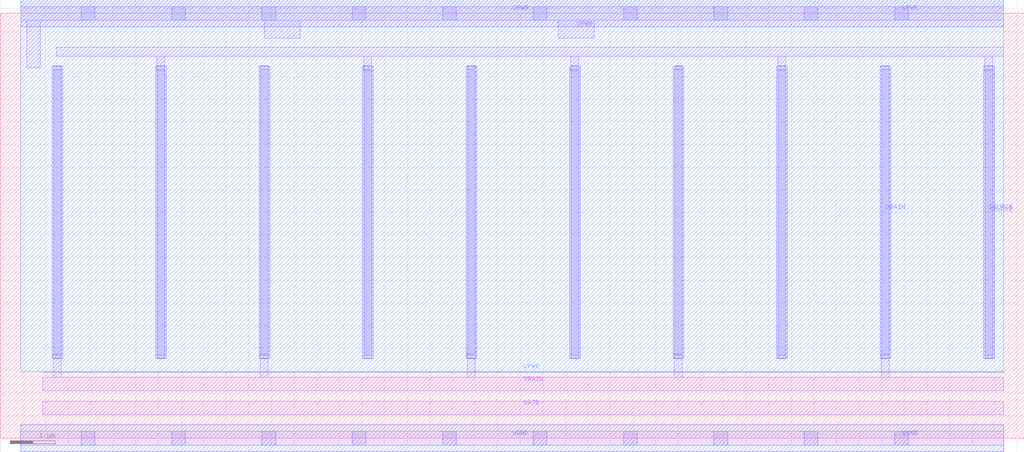
<source format=lef>
VERSION 5.7 ;
  NOWIREEXTENSIONATPIN ON ;
  DIVIDERCHAR "/" ;
  BUSBITCHARS "[]" ;
MACRO sky130_asc_pfet_01v8_lvt_9
  CLASS CORE ;
  FOREIGN sky130_asc_pfet_01v8_lvt_9 ;
  ORIGIN 0.000 0.000 ;
  SIZE 22.650 BY 9.400 ;
  SITE unitasc ;
  PIN GATE
    DIRECTION INOUT ;
    USE SIGNAL ;
    ANTENNAGATEAREA 116.099998 ;
    PORT
      LAYER li1 ;
        RECT 0.940 0.520 22.200 0.820 ;
    END
  END GATE
  PIN SOURCE
    DIRECTION INOUT ;
    USE SIGNAL ;
    ANTENNADIFFAREA 9.352500 ;
    PORT
      LAYER li1 ;
        RECT 1.240 8.450 22.200 8.650 ;
        RECT 3.465 8.245 3.635 8.450 ;
        RECT 8.045 8.245 8.215 8.450 ;
        RECT 12.625 8.245 12.795 8.450 ;
        RECT 17.205 8.245 17.375 8.450 ;
        RECT 21.785 8.245 21.955 8.450 ;
        RECT 3.465 8.130 3.640 8.245 ;
        RECT 8.045 8.130 8.220 8.245 ;
        RECT 12.625 8.130 12.800 8.245 ;
        RECT 17.205 8.130 17.380 8.245 ;
        RECT 21.785 8.130 21.960 8.245 ;
        RECT 3.470 1.755 3.640 8.130 ;
        RECT 8.050 1.755 8.220 8.130 ;
        RECT 12.630 1.755 12.800 8.130 ;
        RECT 17.210 1.755 17.380 8.130 ;
        RECT 21.790 1.755 21.960 8.130 ;
      LAYER mcon ;
        RECT 3.470 1.835 3.640 8.165 ;
        RECT 8.050 1.835 8.220 8.165 ;
        RECT 12.630 1.835 12.800 8.165 ;
        RECT 17.210 1.835 17.380 8.165 ;
        RECT 21.790 1.835 21.960 8.165 ;
      LAYER met1 ;
        RECT 3.440 1.775 3.670 8.225 ;
        RECT 8.020 1.775 8.250 8.225 ;
        RECT 12.600 1.775 12.830 8.225 ;
        RECT 17.180 1.775 17.410 8.225 ;
        RECT 21.760 1.775 21.990 8.225 ;
    END
  END SOURCE
  PIN DRAIN
    DIRECTION INOUT ;
    USE SIGNAL ;
    ANTENNADIFFAREA 9.352500 ;
    PORT
      LAYER li1 ;
        RECT 1.180 1.870 1.350 8.245 ;
        RECT 5.760 1.870 5.930 8.245 ;
        RECT 10.340 1.870 10.510 8.245 ;
        RECT 14.920 1.870 15.090 8.245 ;
        RECT 19.500 1.870 19.670 8.245 ;
        RECT 1.175 1.755 1.350 1.870 ;
        RECT 5.755 1.755 5.930 1.870 ;
        RECT 10.335 1.755 10.510 1.870 ;
        RECT 14.915 1.755 15.090 1.870 ;
        RECT 19.495 1.755 19.670 1.870 ;
        RECT 1.175 1.350 1.345 1.755 ;
        RECT 5.755 1.350 5.925 1.755 ;
        RECT 10.335 1.350 10.505 1.755 ;
        RECT 14.915 1.350 15.085 1.755 ;
        RECT 19.495 1.350 19.665 1.755 ;
        RECT 0.940 1.050 22.200 1.350 ;
      LAYER mcon ;
        RECT 1.180 1.835 1.350 8.165 ;
        RECT 5.760 1.835 5.930 8.165 ;
        RECT 10.340 1.835 10.510 8.165 ;
        RECT 14.920 1.835 15.090 8.165 ;
        RECT 19.500 1.835 19.670 8.165 ;
      LAYER met1 ;
        RECT 1.150 1.775 1.380 8.225 ;
        RECT 5.730 1.775 5.960 8.225 ;
        RECT 10.310 1.775 10.540 8.225 ;
        RECT 14.890 1.775 15.120 8.225 ;
        RECT 19.470 1.775 19.700 8.225 ;
    END
  END DRAIN
  PIN VPWR
    DIRECTION INOUT ;
    USE POWER ;
    PORT
      LAYER nwell ;
        RECT 0.450 1.470 22.200 9.700 ;
        RECT 0.940 1.465 22.200 1.470 ;
      LAYER li1 ;
        RECT 0.450 9.250 22.200 9.550 ;
        RECT 0.590 8.200 0.890 9.250 ;
        RECT 5.840 8.850 6.640 9.250 ;
        RECT 12.340 8.850 13.140 9.250 ;
      LAYER mcon ;
        RECT 1.790 9.250 2.090 9.550 ;
        RECT 3.790 9.250 4.090 9.550 ;
        RECT 5.790 9.250 6.090 9.550 ;
        RECT 7.790 9.250 8.090 9.550 ;
        RECT 9.790 9.250 10.090 9.550 ;
        RECT 11.790 9.250 12.090 9.550 ;
        RECT 13.790 9.250 14.090 9.550 ;
        RECT 15.790 9.250 16.090 9.550 ;
        RECT 17.790 9.250 18.090 9.550 ;
        RECT 19.790 9.250 20.090 9.550 ;
      LAYER met1 ;
        RECT 0.450 9.100 22.200 9.700 ;
    END
  END VPWR
  PIN VGND
    DIRECTION INOUT ;
    USE GROUND ;
    PORT
      LAYER li1 ;
        RECT 0.450 -0.150 22.200 0.150 ;
      LAYER mcon ;
        RECT 1.790 -0.150 2.090 0.150 ;
        RECT 3.790 -0.150 4.090 0.150 ;
        RECT 5.790 -0.150 6.090 0.150 ;
        RECT 7.790 -0.150 8.090 0.150 ;
        RECT 9.790 -0.150 10.090 0.150 ;
        RECT 11.790 -0.150 12.090 0.150 ;
        RECT 13.790 -0.150 14.090 0.150 ;
        RECT 15.790 -0.150 16.090 0.150 ;
        RECT 17.790 -0.150 18.090 0.150 ;
        RECT 19.790 -0.150 20.090 0.150 ;
      LAYER met1 ;
        RECT 0.450 -0.300 22.200 0.300 ;
    END
  END VGND
END sky130_asc_pfet_01v8_lvt_9
END LIBRARY


</source>
